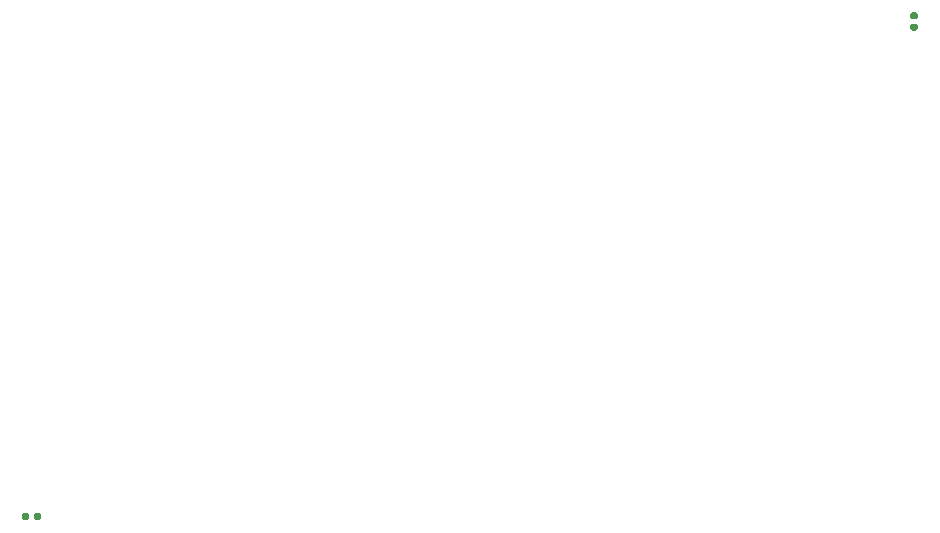
<source format=gbr>
G04 #@! TF.GenerationSoftware,KiCad,Pcbnew,(5.1.10)-1*
G04 #@! TF.CreationDate,2021-06-08T20:52:12+03:00*
G04 #@! TF.ProjectId,ScienceBoard-1,53636965-6e63-4654-926f-6172642d312e,rev?*
G04 #@! TF.SameCoordinates,Original*
G04 #@! TF.FileFunction,Paste,Bot*
G04 #@! TF.FilePolarity,Positive*
%FSLAX46Y46*%
G04 Gerber Fmt 4.6, Leading zero omitted, Abs format (unit mm)*
G04 Created by KiCad (PCBNEW (5.1.10)-1) date 2021-06-08 20:52:12*
%MOMM*%
%LPD*%
G01*
G04 APERTURE LIST*
G04 APERTURE END LIST*
G36*
G01*
X168066500Y-49848000D02*
X167721500Y-49848000D01*
G75*
G02*
X167574000Y-49700500I0J147500D01*
G01*
X167574000Y-49405500D01*
G75*
G02*
X167721500Y-49258000I147500J0D01*
G01*
X168066500Y-49258000D01*
G75*
G02*
X168214000Y-49405500I0J-147500D01*
G01*
X168214000Y-49700500D01*
G75*
G02*
X168066500Y-49848000I-147500J0D01*
G01*
G37*
G36*
G01*
X168066500Y-50818000D02*
X167721500Y-50818000D01*
G75*
G02*
X167574000Y-50670500I0J147500D01*
G01*
X167574000Y-50375500D01*
G75*
G02*
X167721500Y-50228000I147500J0D01*
G01*
X168066500Y-50228000D01*
G75*
G02*
X168214000Y-50375500I0J-147500D01*
G01*
X168214000Y-50670500D01*
G75*
G02*
X168066500Y-50818000I-147500J0D01*
G01*
G37*
G36*
G01*
X93975000Y-91775500D02*
X93975000Y-92120500D01*
G75*
G02*
X93827500Y-92268000I-147500J0D01*
G01*
X93532500Y-92268000D01*
G75*
G02*
X93385000Y-92120500I0J147500D01*
G01*
X93385000Y-91775500D01*
G75*
G02*
X93532500Y-91628000I147500J0D01*
G01*
X93827500Y-91628000D01*
G75*
G02*
X93975000Y-91775500I0J-147500D01*
G01*
G37*
G36*
G01*
X93005000Y-91775500D02*
X93005000Y-92120500D01*
G75*
G02*
X92857500Y-92268000I-147500J0D01*
G01*
X92562500Y-92268000D01*
G75*
G02*
X92415000Y-92120500I0J147500D01*
G01*
X92415000Y-91775500D01*
G75*
G02*
X92562500Y-91628000I147500J0D01*
G01*
X92857500Y-91628000D01*
G75*
G02*
X93005000Y-91775500I0J-147500D01*
G01*
G37*
M02*

</source>
